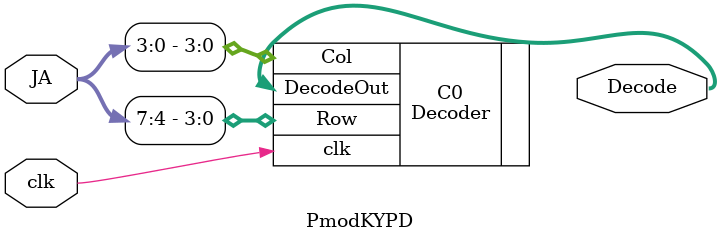
<source format=v>
`timescale 1ns / 1ps
module PmodKYPD( clk, JA, Decode);
	input clk;					// 100Mhz onboard clock
	inout [7:0] JA;			// Port JA on Nexys3, JA[3:0] is Columns, JA[7:4] is rows

	output wire [3:0] Decode;

	Decoder C0(
			.clk(clk),
			.Row(JA[7:4]),
			.Col(JA[3:0]),
			.DecodeOut(Decode)
	);
endmodule

</source>
